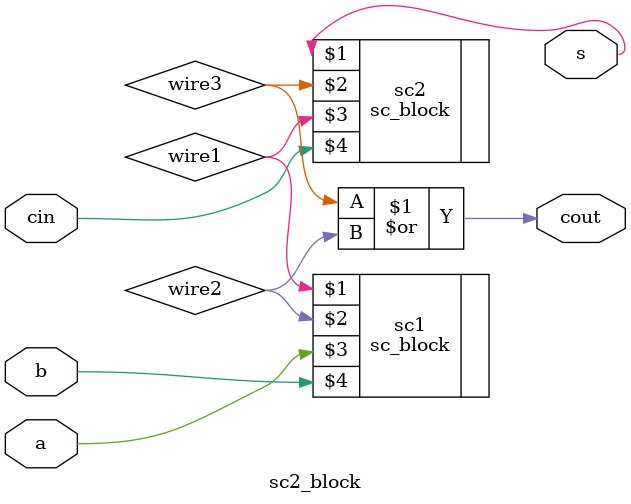
<source format=v>

module sc2_block(s, cout, a, b, cin);
output s,cout;
input a,b, cin;
wire wire1, wire2, wire3;

or o1(cout,wire3,wire2);
sc_block sc2(s,wire3,wire1,cin);
sc_block sc1(wire1,wire2,a,b);
endmodule // sc2_block

</source>
